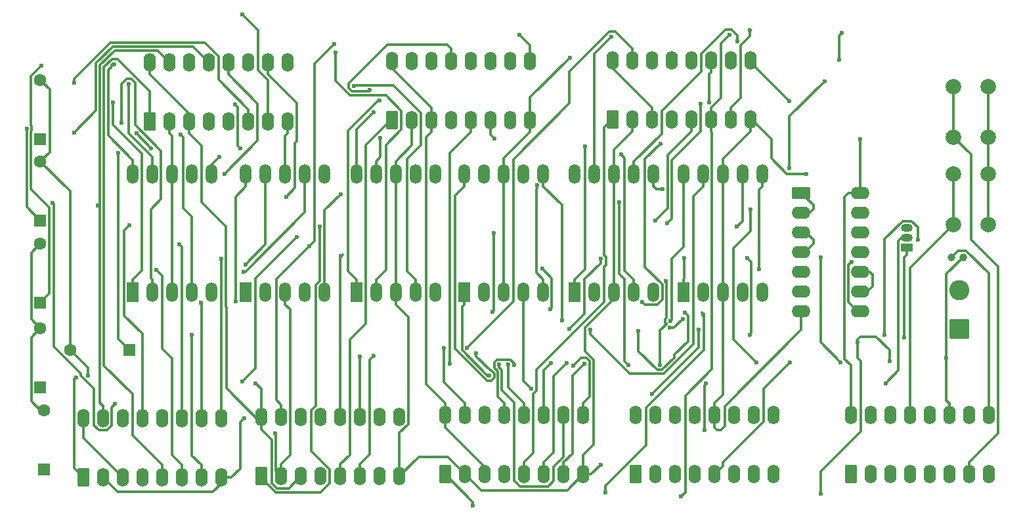
<source format=gbr>
%TF.GenerationSoftware,KiCad,Pcbnew,9.0.2*%
%TF.CreationDate,2025-11-07T18:09:28+05:30*%
%TF.ProjectId,v1,76312e6b-6963-4616-945f-706362585858,rev?*%
%TF.SameCoordinates,Original*%
%TF.FileFunction,Copper,L2,Bot*%
%TF.FilePolarity,Positive*%
%FSLAX46Y46*%
G04 Gerber Fmt 4.6, Leading zero omitted, Abs format (unit mm)*
G04 Created by KiCad (PCBNEW 9.0.2) date 2025-11-07 18:09:28*
%MOMM*%
%LPD*%
G01*
G04 APERTURE LIST*
G04 Aperture macros list*
%AMRoundRect*
0 Rectangle with rounded corners*
0 $1 Rounding radius*
0 $2 $3 $4 $5 $6 $7 $8 $9 X,Y pos of 4 corners*
0 Add a 4 corners polygon primitive as box body*
4,1,4,$2,$3,$4,$5,$6,$7,$8,$9,$2,$3,0*
0 Add four circle primitives for the rounded corners*
1,1,$1+$1,$2,$3*
1,1,$1+$1,$4,$5*
1,1,$1+$1,$6,$7*
1,1,$1+$1,$8,$9*
0 Add four rect primitives between the rounded corners*
20,1,$1+$1,$2,$3,$4,$5,0*
20,1,$1+$1,$4,$5,$6,$7,0*
20,1,$1+$1,$6,$7,$8,$9,0*
20,1,$1+$1,$8,$9,$2,$3,0*%
G04 Aperture macros list end*
%TA.AperFunction,ComponentPad*%
%ADD10RoundRect,0.250000X0.550000X-0.950000X0.550000X0.950000X-0.550000X0.950000X-0.550000X-0.950000X0*%
%TD*%
%TA.AperFunction,ComponentPad*%
%ADD11O,1.600000X2.400000*%
%TD*%
%TA.AperFunction,ComponentPad*%
%ADD12RoundRect,0.250000X0.550000X-0.550000X0.550000X0.550000X-0.550000X0.550000X-0.550000X-0.550000X0*%
%TD*%
%TA.AperFunction,ComponentPad*%
%ADD13C,1.600000*%
%TD*%
%TA.AperFunction,ComponentPad*%
%ADD14R,1.524000X2.524000*%
%TD*%
%TA.AperFunction,ComponentPad*%
%ADD15O,1.524000X2.524000*%
%TD*%
%TA.AperFunction,ComponentPad*%
%ADD16RoundRect,0.250000X0.550000X0.550000X-0.550000X0.550000X-0.550000X-0.550000X0.550000X-0.550000X0*%
%TD*%
%TA.AperFunction,ComponentPad*%
%ADD17RoundRect,0.250000X1.050000X-1.050000X1.050000X1.050000X-1.050000X1.050000X-1.050000X-1.050000X0*%
%TD*%
%TA.AperFunction,ComponentPad*%
%ADD18C,2.600000*%
%TD*%
%TA.AperFunction,ComponentPad*%
%ADD19R,1.500000X1.050000*%
%TD*%
%TA.AperFunction,ComponentPad*%
%ADD20O,1.500000X1.050000*%
%TD*%
%TA.AperFunction,ComponentPad*%
%ADD21RoundRect,0.250000X-0.950000X-0.550000X0.950000X-0.550000X0.950000X0.550000X-0.950000X0.550000X0*%
%TD*%
%TA.AperFunction,ComponentPad*%
%ADD22O,2.400000X1.600000*%
%TD*%
%TA.AperFunction,ComponentPad*%
%ADD23C,2.000000*%
%TD*%
%TA.AperFunction,ComponentPad*%
%ADD24C,1.000000*%
%TD*%
%TA.AperFunction,ViaPad*%
%ADD25C,0.600000*%
%TD*%
%TA.AperFunction,Conductor*%
%ADD26C,0.300000*%
%TD*%
G04 APERTURE END LIST*
D10*
%TO.P,U8,1,CLK*%
%TO.N,Net-(U7-CARRY_OUT)*%
X67380000Y-72250000D03*
D11*
%TO.P,U8,2,CLK_INHIBIT*%
%TO.N,GND*%
X69920000Y-72250000D03*
%TO.P,U8,3,DISPLAY_EN_IN*%
%TO.N,+6V*%
X72460000Y-72250000D03*
%TO.P,U8,4,DISPLAY_EN_OUT*%
%TO.N,unconnected-(U8-DISPLAY_EN_OUT-Pad4)*%
X75000000Y-72250000D03*
%TO.P,U8,5,CARRY_OUT*%
%TO.N,unconnected-(U8-CARRY_OUT-Pad5)*%
X77540000Y-72250000D03*
%TO.P,U8,6,F*%
%TO.N,Net-(U8-F)*%
X80080000Y-72250000D03*
%TO.P,U8,7,G*%
%TO.N,Net-(U8-G)*%
X82620000Y-72250000D03*
%TO.P,U8,8,VSS*%
%TO.N,GND*%
X85160000Y-72250000D03*
%TO.P,U8,9,D*%
%TO.N,Net-(U8-D)*%
X85160000Y-64630000D03*
%TO.P,U8,10,A*%
%TO.N,Net-(U8-A)*%
X82620000Y-64630000D03*
%TO.P,U8,11,E*%
%TO.N,Net-(U8-E)*%
X80080000Y-64630000D03*
%TO.P,U8,12,B*%
%TO.N,Net-(U8-B)*%
X77540000Y-64630000D03*
%TO.P,U8,13,C*%
%TO.N,Net-(U8-C)*%
X75000000Y-64630000D03*
%TO.P,U8,14,UNGATED_C_SEGMENT_OUT*%
%TO.N,unconnected-(U8-UNGATED_C_SEGMENT_OUT-Pad14)*%
X72460000Y-64630000D03*
%TO.P,U8,15,RESET*%
%TO.N,Net-(U7-RESET)*%
X69920000Y-64630000D03*
%TO.P,U8,16,VDD*%
%TO.N,+6V*%
X67380000Y-64630000D03*
%TD*%
D12*
%TO.P,D5,1,K*%
%TO.N,Net-(D5-K)*%
X53250000Y-85000000D03*
D13*
%TO.P,D5,2,A*%
%TO.N,Net-(D5-A)*%
X53250000Y-77380000D03*
%TD*%
D12*
%TO.P,D4,1,K*%
%TO.N,Net-(D4-K)*%
X53250000Y-95620000D03*
D13*
%TO.P,D4,2,A*%
%TO.N,Net-(D2-A)*%
X53250000Y-88000000D03*
%TD*%
D14*
%TO.P,AFF3,1,e*%
%TO.N,Net-(AFF3-e)*%
X94000000Y-94240000D03*
D15*
%TO.P,AFF3,2,d*%
%TO.N,Net-(AFF3-d)*%
X96540000Y-94240000D03*
%TO.P,AFF3,3,C.K.*%
%TO.N,GND*%
X99080000Y-94240000D03*
%TO.P,AFF3,4,c*%
%TO.N,Net-(AFF3-c)*%
X101620000Y-94240000D03*
%TO.P,AFF3,5,DP*%
%TO.N,unconnected-(AFF3-DP-Pad5)*%
X104160000Y-94240000D03*
%TO.P,AFF3,6,b*%
%TO.N,Net-(AFF3-b)*%
X104160000Y-79000000D03*
%TO.P,AFF3,7,a*%
%TO.N,Net-(AFF3-a)*%
X101620000Y-79000000D03*
%TO.P,AFF3,8,C.K.*%
%TO.N,GND*%
X99080000Y-79000000D03*
%TO.P,AFF3,9,f*%
%TO.N,Net-(AFF3-f)*%
X96540000Y-79000000D03*
%TO.P,AFF3,10,g*%
%TO.N,Net-(AFF3-g)*%
X94000000Y-79000000D03*
%TD*%
D16*
%TO.P,D6,1,K*%
%TO.N,Net-(D6-K)*%
X64750000Y-101750000D03*
D13*
%TO.P,D6,2,A*%
%TO.N,Net-(D5-A)*%
X57130000Y-101750000D03*
%TD*%
D10*
%TO.P,U6,1,CLK*%
%TO.N,/CLK - Mod-60 (2)*%
X81760000Y-118000000D03*
D11*
%TO.P,U6,2,CLK_INHIBIT*%
%TO.N,GND*%
X84300000Y-118000000D03*
%TO.P,U6,3,DISPLAY_EN_IN*%
%TO.N,+6V*%
X86840000Y-118000000D03*
%TO.P,U6,4,DISPLAY_EN_OUT*%
%TO.N,unconnected-(U6-DISPLAY_EN_OUT-Pad4)*%
X89380000Y-118000000D03*
%TO.P,U6,5,CARRY_OUT*%
%TO.N,Net-(U5-CLK)*%
X91920000Y-118000000D03*
%TO.P,U6,6,F*%
%TO.N,Net-(U6-F)*%
X94460000Y-118000000D03*
%TO.P,U6,7,G*%
%TO.N,Net-(U6-G)*%
X97000000Y-118000000D03*
%TO.P,U6,8,VSS*%
%TO.N,GND*%
X99540000Y-118000000D03*
%TO.P,U6,9,D*%
%TO.N,Net-(U6-D)*%
X99540000Y-110380000D03*
%TO.P,U6,10,A*%
%TO.N,Net-(U6-A)*%
X97000000Y-110380000D03*
%TO.P,U6,11,E*%
%TO.N,Net-(U6-E)*%
X94460000Y-110380000D03*
%TO.P,U6,12,B*%
%TO.N,Net-(U6-B)*%
X91920000Y-110380000D03*
%TO.P,U6,13,C*%
%TO.N,Net-(U6-C)*%
X89380000Y-110380000D03*
%TO.P,U6,14,UNGATED_C_SEGMENT_OUT*%
%TO.N,unconnected-(U6-UNGATED_C_SEGMENT_OUT-Pad14)*%
X86840000Y-110380000D03*
%TO.P,U6,15,RESET*%
%TO.N,Net-(D5-A)*%
X84300000Y-110380000D03*
%TO.P,U6,16,VDD*%
%TO.N,+6V*%
X81760000Y-110380000D03*
%TD*%
D14*
%TO.P,AFF2,1,e*%
%TO.N,Net-(AFF2-e)*%
X136170000Y-94240000D03*
D15*
%TO.P,AFF2,2,d*%
%TO.N,Net-(AFF2-d)*%
X138710000Y-94240000D03*
%TO.P,AFF2,3,C.K.*%
%TO.N,GND*%
X141250000Y-94240000D03*
%TO.P,AFF2,4,c*%
%TO.N,Net-(AFF2-c)*%
X143790000Y-94240000D03*
%TO.P,AFF2,5,DP*%
%TO.N,unconnected-(AFF2-DP-Pad5)*%
X146330000Y-94240000D03*
%TO.P,AFF2,6,b*%
%TO.N,Net-(AFF2-b)*%
X146330000Y-79000000D03*
%TO.P,AFF2,7,a*%
%TO.N,Net-(AFF2-a)*%
X143790000Y-79000000D03*
%TO.P,AFF2,8,C.K.*%
%TO.N,GND*%
X141250000Y-79000000D03*
%TO.P,AFF2,9,f*%
%TO.N,Net-(AFF2-f)*%
X138710000Y-79000000D03*
%TO.P,AFF2,10,g*%
%TO.N,Net-(AFF2-g)*%
X136170000Y-79000000D03*
%TD*%
D17*
%TO.P,J1,1,Pin_1*%
%TO.N,+6V*%
X171750000Y-99000000D03*
D18*
%TO.P,J1,2,Pin_2*%
%TO.N,GND*%
X171750000Y-94000000D03*
%TD*%
D14*
%TO.P,AFF6,1,e*%
%TO.N,Net-(AFF6-e)*%
X65170000Y-94240000D03*
D15*
%TO.P,AFF6,2,d*%
%TO.N,Net-(AFF6-d)*%
X67710000Y-94240000D03*
%TO.P,AFF6,3,C.K.*%
%TO.N,GND*%
X70250000Y-94240000D03*
%TO.P,AFF6,4,c*%
%TO.N,Net-(AFF6-c)*%
X72790000Y-94240000D03*
%TO.P,AFF6,5,DP*%
%TO.N,unconnected-(AFF6-DP-Pad5)*%
X75330000Y-94240000D03*
%TO.P,AFF6,6,b*%
%TO.N,Net-(AFF6-b)*%
X75330000Y-79000000D03*
%TO.P,AFF6,7,a*%
%TO.N,Net-(AFF6-a)*%
X72790000Y-79000000D03*
%TO.P,AFF6,8,C.K.*%
%TO.N,GND*%
X70250000Y-79000000D03*
%TO.P,AFF6,9,f*%
%TO.N,Net-(AFF6-f)*%
X67710000Y-79000000D03*
%TO.P,AFF6,10,g*%
%TO.N,Net-(AFF6-g)*%
X65170000Y-79000000D03*
%TD*%
D12*
%TO.P,D7,1,K*%
%TO.N,Net-(D7-K)*%
X53250000Y-74500000D03*
D13*
%TO.P,D7,2,A*%
%TO.N,Net-(D5-A)*%
X53250000Y-66880000D03*
%TD*%
D10*
%TO.P,U3,1,CLK*%
%TO.N,/CLK - Mod-60 (1)*%
X105470000Y-117750000D03*
D11*
%TO.P,U3,2,CLK_INHIBIT*%
%TO.N,GND*%
X108010000Y-117750000D03*
%TO.P,U3,3,DISPLAY_EN_IN*%
%TO.N,+6V*%
X110550000Y-117750000D03*
%TO.P,U3,4,DISPLAY_EN_OUT*%
%TO.N,unconnected-(U3-DISPLAY_EN_OUT-Pad4)*%
X113090000Y-117750000D03*
%TO.P,U3,5,CARRY_OUT*%
%TO.N,Net-(U3-CARRY_OUT)*%
X115630000Y-117750000D03*
%TO.P,U3,6,F*%
%TO.N,Net-(U3-F)*%
X118170000Y-117750000D03*
%TO.P,U3,7,G*%
%TO.N,Net-(U3-G)*%
X120710000Y-117750000D03*
%TO.P,U3,8,VSS*%
%TO.N,GND*%
X123250000Y-117750000D03*
%TO.P,U3,9,D*%
%TO.N,Net-(U3-D)*%
X123250000Y-110130000D03*
%TO.P,U3,10,A*%
%TO.N,Net-(U3-A)*%
X120710000Y-110130000D03*
%TO.P,U3,11,E*%
%TO.N,Net-(U3-E)*%
X118170000Y-110130000D03*
%TO.P,U3,12,B*%
%TO.N,Net-(U3-B)*%
X115630000Y-110130000D03*
%TO.P,U3,13,C*%
%TO.N,Net-(U3-C)*%
X113090000Y-110130000D03*
%TO.P,U3,14,UNGATED_C_SEGMENT_OUT*%
%TO.N,unconnected-(U3-UNGATED_C_SEGMENT_OUT-Pad14)*%
X110550000Y-110130000D03*
%TO.P,U3,15,RESET*%
%TO.N,Net-(D2-A)*%
X108010000Y-110130000D03*
%TO.P,U3,16,VDD*%
%TO.N,+6V*%
X105470000Y-110130000D03*
%TD*%
D12*
%TO.P,D3,1,K*%
%TO.N,Net-(D3-K)*%
X53750000Y-117120000D03*
D13*
%TO.P,D3,2,A*%
%TO.N,Net-(D2-A)*%
X53750000Y-109500000D03*
%TD*%
D19*
%TO.P,Q2,1,C*%
%TO.N,Net-(D1-K)*%
X165000000Y-88540000D03*
D20*
%TO.P,Q2,2,B*%
%TO.N,Net-(Q2-B)*%
X165000000Y-87270000D03*
%TO.P,Q2,3,E*%
%TO.N,GND*%
X165000000Y-86000000D03*
%TD*%
D21*
%TO.P,U10,1*%
%TO.N,Net-(U8-A)*%
X151380000Y-81460000D03*
D22*
%TO.P,U10,2*%
X151380000Y-84000000D03*
%TO.P,U10,3*%
%TO.N,Net-(U10-Pad3)*%
X151380000Y-86540000D03*
%TO.P,U10,4*%
X151380000Y-89080000D03*
%TO.P,U10,5*%
%TO.N,Net-(U7-G)*%
X151380000Y-91620000D03*
%TO.P,U10,6*%
%TO.N,Net-(U10-Pad10)*%
X151380000Y-94160000D03*
%TO.P,U10,7,GND*%
%TO.N,GND*%
X151380000Y-96700000D03*
%TO.P,U10,8*%
%TO.N,Net-(U7-RESET)*%
X159000000Y-96700000D03*
%TO.P,U10,9*%
%TO.N,Net-(U10-Pad10)*%
X159000000Y-94160000D03*
%TO.P,U10,10*%
X159000000Y-91620000D03*
%TO.P,U10,11*%
%TO.N,N/C*%
X159000000Y-89080000D03*
%TO.P,U10,12*%
X159000000Y-86540000D03*
%TO.P,U10,13*%
X159000000Y-84000000D03*
%TO.P,U10,14,VCC*%
%TO.N,+6V*%
X159000000Y-81460000D03*
%TD*%
D10*
%TO.P,U5,1,CLK*%
%TO.N,Net-(U5-CLK)*%
X98610000Y-72060000D03*
D11*
%TO.P,U5,2,CLK_INHIBIT*%
%TO.N,GND*%
X101150000Y-72060000D03*
%TO.P,U5,3,DISPLAY_EN_IN*%
%TO.N,+6V*%
X103690000Y-72060000D03*
%TO.P,U5,4,DISPLAY_EN_OUT*%
%TO.N,unconnected-(U5-DISPLAY_EN_OUT-Pad4)*%
X106230000Y-72060000D03*
%TO.P,U5,5,CARRY_OUT*%
%TO.N,/CLK - Mod-12*%
X108770000Y-72060000D03*
%TO.P,U5,6,F*%
%TO.N,Net-(D6-K)*%
X111310000Y-72060000D03*
%TO.P,U5,7,G*%
%TO.N,Net-(D7-K)*%
X113850000Y-72060000D03*
%TO.P,U5,8,VSS*%
%TO.N,GND*%
X116390000Y-72060000D03*
%TO.P,U5,9,D*%
%TO.N,Net-(U5-D)*%
X116390000Y-64440000D03*
%TO.P,U5,10,A*%
%TO.N,Net-(U5-A)*%
X113850000Y-64440000D03*
%TO.P,U5,11,E*%
%TO.N,Net-(D5-K)*%
X111310000Y-64440000D03*
%TO.P,U5,12,B*%
%TO.N,Net-(U5-B)*%
X108770000Y-64440000D03*
%TO.P,U5,13,C*%
%TO.N,Net-(U5-C)*%
X106230000Y-64440000D03*
%TO.P,U5,14,UNGATED_C_SEGMENT_OUT*%
%TO.N,unconnected-(U5-UNGATED_C_SEGMENT_OUT-Pad14)*%
X103690000Y-64440000D03*
%TO.P,U5,15,RESET*%
%TO.N,Net-(D5-A)*%
X101150000Y-64440000D03*
%TO.P,U5,16,VDD*%
%TO.N,+6V*%
X98610000Y-64440000D03*
%TD*%
D23*
%TO.P,SW1,1,1*%
%TO.N,Net-(U1-Q4)*%
X171000000Y-74250000D03*
X171000000Y-67750000D03*
%TO.P,SW1,2,2*%
%TO.N,Net-(R2-Pad1)*%
X175500000Y-74250000D03*
X175500000Y-67750000D03*
%TD*%
D12*
%TO.P,D2,1,K*%
%TO.N,Net-(D2-K)*%
X53250000Y-106500000D03*
D13*
%TO.P,D2,2,A*%
%TO.N,Net-(D2-A)*%
X53250000Y-98880000D03*
%TD*%
D10*
%TO.P,U1,1,Q12*%
%TO.N,unconnected-(U1-Q12-Pad1)*%
X157760000Y-117750000D03*
D11*
%TO.P,U1,2,Q13*%
%TO.N,unconnected-(U1-Q13-Pad2)*%
X160300000Y-117750000D03*
%TO.P,U1,3,Q14*%
%TO.N,unconnected-(U1-Q14-Pad3)*%
X162840000Y-117750000D03*
%TO.P,U1,4,Q6*%
%TO.N,unconnected-(U1-Q6-Pad4)*%
X165380000Y-117750000D03*
%TO.P,U1,5,Q5*%
%TO.N,unconnected-(U1-Q5-Pad5)*%
X167920000Y-117750000D03*
%TO.P,U1,6,Q7*%
%TO.N,unconnected-(U1-Q7-Pad6)*%
X170460000Y-117750000D03*
%TO.P,U1,7,Q4*%
%TO.N,Net-(U1-Q4)*%
X173000000Y-117750000D03*
%TO.P,U1,8,VSS*%
%TO.N,GND*%
X175540000Y-117750000D03*
%TO.P,U1,9,~{\u03A60}*%
%TO.N,Net-(U1-~{\u03A60})*%
X175540000Y-110130000D03*
%TO.P,U1,10,\u03A60*%
%TO.N,Net-(U1-\u03A60)*%
X173000000Y-110130000D03*
%TO.P,U1,11,~{\u03A61}*%
%TO.N,Net-(U1-~{\u03A61})*%
X170460000Y-110130000D03*
%TO.P,U1,12,CLR*%
%TO.N,GND*%
X167920000Y-110130000D03*
%TO.P,U1,13,Q9*%
%TO.N,Net-(U1-Q9)*%
X165380000Y-110130000D03*
%TO.P,U1,14,Q8*%
%TO.N,unconnected-(U1-Q8-Pad14)*%
X162840000Y-110130000D03*
%TO.P,U1,15,Q10*%
%TO.N,Net-(U1-Q10)*%
X160300000Y-110130000D03*
%TO.P,U1,16,VDD*%
%TO.N,+6V*%
X157760000Y-110130000D03*
%TD*%
D14*
%TO.P,AFF4,1,e*%
%TO.N,Net-(AFF4-e)*%
X107920000Y-94240000D03*
D15*
%TO.P,AFF4,2,d*%
%TO.N,Net-(AFF4-d)*%
X110460000Y-94240000D03*
%TO.P,AFF4,3,C.K.*%
%TO.N,GND*%
X113000000Y-94240000D03*
%TO.P,AFF4,4,c*%
%TO.N,Net-(AFF4-c)*%
X115540000Y-94240000D03*
%TO.P,AFF4,5,DP*%
%TO.N,Net-(AFF4-DP)*%
X118080000Y-94240000D03*
%TO.P,AFF4,6,b*%
%TO.N,Net-(AFF4-b)*%
X118080000Y-79000000D03*
%TO.P,AFF4,7,a*%
%TO.N,Net-(AFF4-a)*%
X115540000Y-79000000D03*
%TO.P,AFF4,8,C.K.*%
%TO.N,GND*%
X113000000Y-79000000D03*
%TO.P,AFF4,9,f*%
%TO.N,Net-(AFF4-f)*%
X110460000Y-79000000D03*
%TO.P,AFF4,10,g*%
%TO.N,Net-(AFF4-g)*%
X107920000Y-79000000D03*
%TD*%
D10*
%TO.P,U2,1,Q12*%
%TO.N,unconnected-(U2-Q12-Pad1)*%
X130010000Y-117750000D03*
D11*
%TO.P,U2,2,Q13*%
%TO.N,unconnected-(U2-Q13-Pad2)*%
X132550000Y-117750000D03*
%TO.P,U2,3,Q14*%
%TO.N,unconnected-(U2-Q14-Pad3)*%
X135090000Y-117750000D03*
%TO.P,U2,4,Q6*%
%TO.N,unconnected-(U2-Q6-Pad4)*%
X137630000Y-117750000D03*
%TO.P,U2,5,Q5*%
%TO.N,Net-(U2-Q5)*%
X140170000Y-117750000D03*
%TO.P,U2,6,Q7*%
%TO.N,unconnected-(U2-Q7-Pad6)*%
X142710000Y-117750000D03*
%TO.P,U2,7,Q4*%
%TO.N,unconnected-(U2-Q4-Pad7)*%
X145250000Y-117750000D03*
%TO.P,U2,8,VSS*%
%TO.N,GND*%
X147790000Y-117750000D03*
%TO.P,U2,9,~{\u03A60}*%
%TO.N,unconnected-(U2-~{\u03A60}-Pad9)*%
X147790000Y-110130000D03*
%TO.P,U2,10,\u03A60*%
%TO.N,unconnected-(U2-\u03A60-Pad10)*%
X145250000Y-110130000D03*
%TO.P,U2,11,~{\u03A61}*%
%TO.N,Net-(U1-Q10)*%
X142710000Y-110130000D03*
%TO.P,U2,12,CLR*%
%TO.N,GND*%
X140170000Y-110130000D03*
%TO.P,U2,13,Q9*%
%TO.N,unconnected-(U2-Q9-Pad13)*%
X137630000Y-110130000D03*
%TO.P,U2,14,Q8*%
%TO.N,unconnected-(U2-Q8-Pad14)*%
X135090000Y-110130000D03*
%TO.P,U2,15,Q10*%
%TO.N,unconnected-(U2-Q10-Pad15)*%
X132550000Y-110130000D03*
%TO.P,U2,16,VDD*%
%TO.N,+6V*%
X130010000Y-110130000D03*
%TD*%
D23*
%TO.P,SW2,1,1*%
%TO.N,Net-(U1-Q9)*%
X171000000Y-85500000D03*
X171000000Y-79000000D03*
%TO.P,SW2,2,2*%
%TO.N,Net-(R2-Pad1)*%
X175500000Y-85500000D03*
X175500000Y-79000000D03*
%TD*%
D24*
%TO.P,Y1,1,1*%
%TO.N,Net-(U1-~{\u03A60})*%
X170750000Y-89750000D03*
%TO.P,Y1,2,2*%
%TO.N,Net-(U1-~{\u03A61})*%
X172250000Y-89750000D03*
%TD*%
D14*
%TO.P,AFF1,1,e*%
%TO.N,Net-(AFF1-e)*%
X122170000Y-94240000D03*
D15*
%TO.P,AFF1,2,d*%
%TO.N,Net-(AFF1-d)*%
X124710000Y-94240000D03*
%TO.P,AFF1,3,C.K.*%
%TO.N,GND*%
X127250000Y-94240000D03*
%TO.P,AFF1,4,c*%
%TO.N,Net-(AFF1-c)*%
X129790000Y-94240000D03*
%TO.P,AFF1,5,DP*%
%TO.N,unconnected-(AFF1-DP-Pad5)*%
X132330000Y-94240000D03*
%TO.P,AFF1,6,b*%
%TO.N,Net-(AFF1-b)*%
X132330000Y-79000000D03*
%TO.P,AFF1,7,a*%
%TO.N,Net-(AFF1-a)*%
X129790000Y-79000000D03*
%TO.P,AFF1,8,C.K.*%
%TO.N,GND*%
X127250000Y-79000000D03*
%TO.P,AFF1,9,f*%
%TO.N,Net-(AFF1-f)*%
X124710000Y-79000000D03*
%TO.P,AFF1,10,g*%
%TO.N,Net-(AFF1-g)*%
X122170000Y-79000000D03*
%TD*%
D10*
%TO.P,U7,1,CLK*%
%TO.N,/CLK - Mod-12*%
X58760000Y-118120000D03*
D11*
%TO.P,U7,2,CLK_INHIBIT*%
%TO.N,GND*%
X61300000Y-118120000D03*
%TO.P,U7,3,DISPLAY_EN_IN*%
%TO.N,+6V*%
X63840000Y-118120000D03*
%TO.P,U7,4,DISPLAY_EN_OUT*%
%TO.N,unconnected-(U7-DISPLAY_EN_OUT-Pad4)*%
X66380000Y-118120000D03*
%TO.P,U7,5,CARRY_OUT*%
%TO.N,Net-(U7-CARRY_OUT)*%
X68920000Y-118120000D03*
%TO.P,U7,6,F*%
%TO.N,Net-(U7-F)*%
X71460000Y-118120000D03*
%TO.P,U7,7,G*%
%TO.N,Net-(U7-G)*%
X74000000Y-118120000D03*
%TO.P,U7,8,VSS*%
%TO.N,GND*%
X76540000Y-118120000D03*
%TO.P,U7,9,D*%
%TO.N,Net-(U7-D)*%
X76540000Y-110500000D03*
%TO.P,U7,10,A*%
%TO.N,Net-(U7-A)*%
X74000000Y-110500000D03*
%TO.P,U7,11,E*%
%TO.N,Net-(U7-E)*%
X71460000Y-110500000D03*
%TO.P,U7,12,B*%
%TO.N,Net-(U7-B)*%
X68920000Y-110500000D03*
%TO.P,U7,13,C*%
%TO.N,Net-(U7-C)*%
X66380000Y-110500000D03*
%TO.P,U7,14,UNGATED_C_SEGMENT_OUT*%
%TO.N,unconnected-(U7-UNGATED_C_SEGMENT_OUT-Pad14)*%
X63840000Y-110500000D03*
%TO.P,U7,15,RESET*%
%TO.N,Net-(U7-RESET)*%
X61300000Y-110500000D03*
%TO.P,U7,16,VDD*%
%TO.N,+6V*%
X58760000Y-110500000D03*
%TD*%
D10*
%TO.P,U4,1,CLK*%
%TO.N,Net-(U3-CARRY_OUT)*%
X127010000Y-72000000D03*
D11*
%TO.P,U4,2,CLK_INHIBIT*%
%TO.N,GND*%
X129550000Y-72000000D03*
%TO.P,U4,3,DISPLAY_EN_IN*%
%TO.N,+6V*%
X132090000Y-72000000D03*
%TO.P,U4,4,DISPLAY_EN_OUT*%
%TO.N,unconnected-(U4-DISPLAY_EN_OUT-Pad4)*%
X134630000Y-72000000D03*
%TO.P,U4,5,CARRY_OUT*%
%TO.N,/CLK - Mod-60 (2)*%
X137170000Y-72000000D03*
%TO.P,U4,6,F*%
%TO.N,Net-(D3-K)*%
X139710000Y-72000000D03*
%TO.P,U4,7,G*%
%TO.N,Net-(D4-K)*%
X142250000Y-72000000D03*
%TO.P,U4,8,VSS*%
%TO.N,GND*%
X144790000Y-72000000D03*
%TO.P,U4,9,D*%
%TO.N,Net-(U4-D)*%
X144790000Y-64380000D03*
%TO.P,U4,10,A*%
%TO.N,Net-(U4-A)*%
X142250000Y-64380000D03*
%TO.P,U4,11,E*%
%TO.N,Net-(D2-K)*%
X139710000Y-64380000D03*
%TO.P,U4,12,B*%
%TO.N,Net-(U4-B)*%
X137170000Y-64380000D03*
%TO.P,U4,13,C*%
%TO.N,Net-(U4-C)*%
X134630000Y-64380000D03*
%TO.P,U4,14,UNGATED_C_SEGMENT_OUT*%
%TO.N,unconnected-(U4-UNGATED_C_SEGMENT_OUT-Pad14)*%
X132090000Y-64380000D03*
%TO.P,U4,15,RESET*%
%TO.N,Net-(D2-A)*%
X129550000Y-64380000D03*
%TO.P,U4,16,VDD*%
%TO.N,+6V*%
X127010000Y-64380000D03*
%TD*%
D14*
%TO.P,AFF5,1,e*%
%TO.N,Net-(AFF5-e)*%
X79750000Y-94240000D03*
D15*
%TO.P,AFF5,2,d*%
%TO.N,Net-(AFF5-d)*%
X82290000Y-94240000D03*
%TO.P,AFF5,3,C.K.*%
%TO.N,GND*%
X84830000Y-94240000D03*
%TO.P,AFF5,4,c*%
%TO.N,Net-(AFF5-c)*%
X87370000Y-94240000D03*
%TO.P,AFF5,5,DP*%
%TO.N,Net-(AFF5-DP)*%
X89910000Y-94240000D03*
%TO.P,AFF5,6,b*%
%TO.N,Net-(AFF5-b)*%
X89910000Y-79000000D03*
%TO.P,AFF5,7,a*%
%TO.N,Net-(AFF5-a)*%
X87370000Y-79000000D03*
%TO.P,AFF5,8,C.K.*%
%TO.N,GND*%
X84830000Y-79000000D03*
%TO.P,AFF5,9,f*%
%TO.N,Net-(AFF5-f)*%
X82290000Y-79000000D03*
%TO.P,AFF5,10,g*%
%TO.N,Net-(AFF5-g)*%
X79750000Y-79000000D03*
%TD*%
D25*
%TO.N,Net-(AFF1-c)*%
X128114200Y-76476400D03*
%TO.N,Net-(AFF1-f)*%
X156209100Y-64284800D03*
X156565500Y-60856800D03*
X126874500Y-61330400D03*
%TO.N,Net-(AFF1-d)*%
X133188300Y-75102700D03*
X130816900Y-95505600D03*
%TO.N,GND*%
X79500000Y-110500000D03*
X125500000Y-116500000D03*
X121500000Y-64000000D03*
X152000000Y-79000000D03*
X83500000Y-112500000D03*
%TO.N,Net-(AFF1-a)*%
X143140000Y-61904600D03*
%TO.N,Net-(AFF1-e)*%
X123488400Y-75500600D03*
%TO.N,Net-(AFF1-b)*%
X154353800Y-67056000D03*
X133507200Y-80982800D03*
X149823700Y-78240300D03*
%TO.N,Net-(AFF2-g)*%
X134471100Y-97967300D03*
%TO.N,Net-(AFF2-a)*%
X143080900Y-85786100D03*
X111689800Y-86633700D03*
X111552000Y-96786000D03*
%TO.N,Net-(AFF2-e)*%
X136300500Y-89848700D03*
X125507700Y-89967700D03*
X121488200Y-99035500D03*
%TO.N,Net-(AFF2-f)*%
X124167600Y-99077500D03*
%TO.N,Net-(AFF2-b)*%
X145894200Y-91278400D03*
X119026200Y-96424600D03*
X117959100Y-91220500D03*
%TO.N,Net-(AFF3-d)*%
X91333900Y-63360100D03*
%TO.N,Net-(AFF3-f)*%
X97095300Y-74343000D03*
%TO.N,Net-(AFF3-c)*%
X93697400Y-67678600D03*
%TO.N,Net-(AFF3-g)*%
X96216800Y-71061000D03*
%TO.N,Net-(AFF3-e)*%
X96996600Y-69551300D03*
%TO.N,Net-(AFF4-g)*%
X109465200Y-102109900D03*
%TO.N,Net-(AFF4-e)*%
X111105600Y-104991900D03*
%TO.N,Net-(AFF4-f)*%
X127880200Y-82637200D03*
X129075400Y-103635100D03*
%TO.N,Net-(AFF4-a)*%
X145623000Y-103284600D03*
X144842100Y-83608100D03*
%TO.N,Net-(AFF4-b)*%
X120486500Y-97890200D03*
%TO.N,Net-(AFF4-DP)*%
X117269400Y-80482600D03*
%TO.N,Net-(AFF4-d)*%
X133902800Y-92816000D03*
X133136000Y-103635100D03*
%TO.N,Net-(AFF4-c)*%
X116579500Y-106726900D03*
%TO.N,Net-(AFF5-g)*%
X78413900Y-95404000D03*
%TO.N,Net-(AFF5-f)*%
X79687800Y-90692500D03*
%TO.N,Net-(AFF5-DP)*%
X92006100Y-81615600D03*
%TO.N,Net-(AFF5-a)*%
X79469900Y-91615800D03*
%TO.N,Net-(AFF6-b)*%
X76353900Y-76832900D03*
%TO.N,Net-(AFF6-c)*%
X71308800Y-73980200D03*
%TO.N,Net-(AFF6-g)*%
X62738400Y-64880100D03*
%TO.N,Net-(AFF6-f)*%
X64645100Y-67417500D03*
%TO.N,Net-(AFF6-e)*%
X62634900Y-69753000D03*
%TO.N,Net-(AFF6-d)*%
X63700300Y-72392900D03*
%TO.N,Net-(U1-~{\u03A61})*%
X170080000Y-102750500D03*
%TO.N,Net-(D1-K)*%
X164639200Y-100099100D03*
%TO.N,Net-(D2-A)*%
X108275400Y-101432400D03*
X105250700Y-101432400D03*
X139092600Y-106056500D03*
X138900000Y-112064000D03*
%TO.N,Net-(D5-A)*%
X153843300Y-89798600D03*
X91117400Y-62282400D03*
X156443600Y-103305200D03*
X59385500Y-105013600D03*
X87931900Y-88327100D03*
%TO.N,Net-(Q2-B)*%
X162248200Y-105987300D03*
%TO.N,Net-(U2-Q5)*%
X149930200Y-103305200D03*
%TO.N,Net-(R2-Pad1)*%
X166371900Y-87457500D03*
X162087700Y-99787700D03*
%TO.N,/CLK - Mod-60 (1)*%
X153876500Y-120249700D03*
X158603400Y-100670500D03*
X109043700Y-121741000D03*
X162760800Y-103135700D03*
%TO.N,+6V*%
X159000000Y-74500000D03*
X81000000Y-106000000D03*
%TO.N,Net-(D2-K)*%
X86352100Y-87108600D03*
X79325700Y-105814100D03*
X138389400Y-69925000D03*
X139469300Y-69758200D03*
X134030000Y-85397800D03*
%TO.N,Net-(U7-RESET)*%
X157838400Y-90350000D03*
X60656600Y-83043500D03*
%TO.N,Net-(D3-K)*%
X135883300Y-120587500D03*
X142078700Y-61086100D03*
%TO.N,Net-(D4-K)*%
X144705300Y-60516800D03*
X53372900Y-65069400D03*
%TO.N,Net-(D5-K)*%
X67559300Y-75749000D03*
X78385700Y-70057400D03*
X51487900Y-73148000D03*
X79015700Y-75679400D03*
X65640800Y-73803400D03*
%TO.N,Net-(D6-K)*%
X111835500Y-74472800D03*
X63296600Y-76272800D03*
%TO.N,Net-(U7-B)*%
X54790300Y-82713000D03*
X62878700Y-108693100D03*
%TO.N,Net-(U7-C)*%
X64699600Y-85664700D03*
%TO.N,Net-(U7-D)*%
X76540000Y-89969800D03*
%TO.N,Net-(U7-E)*%
X71148100Y-88108300D03*
%TO.N,Net-(U7-F)*%
X68224300Y-91412700D03*
%TO.N,Net-(U7-A)*%
X73935200Y-95629600D03*
%TO.N,Net-(U7-G)*%
X72773300Y-99737600D03*
%TO.N,Net-(U8-A)*%
X84960300Y-81941800D03*
%TO.N,Net-(U8-B)*%
X76965900Y-79047400D03*
%TO.N,Net-(U8-C)*%
X57593100Y-73663100D03*
%TO.N,Net-(U8-F)*%
X57593100Y-67275500D03*
%TO.N,Net-(U8-G)*%
X79325700Y-58431600D03*
%TO.N,Net-(U4-D)*%
X149781000Y-69583600D03*
%TO.N,Net-(U3-A)*%
X112429700Y-103605900D03*
%TO.N,Net-(U3-B)*%
X113549700Y-103610700D03*
%TO.N,Net-(U3-C)*%
X114351500Y-103633500D03*
%TO.N,Net-(U3-D)*%
X121980000Y-103763000D03*
%TO.N,Net-(U3-E)*%
X119056400Y-103437100D03*
%TO.N,Net-(U3-F)*%
X121141200Y-103387900D03*
%TO.N,Net-(U3-G)*%
X123399500Y-103458400D03*
%TO.N,Net-(U5-C)*%
X95704200Y-68215100D03*
%TO.N,Net-(U5-D)*%
X114987300Y-61044900D03*
%TO.N,Net-(U6-B)*%
X144705300Y-99737600D03*
X144431900Y-89895700D03*
X91974700Y-89629100D03*
%TO.N,Net-(U6-D)*%
X138162400Y-99079700D03*
X136072500Y-97700400D03*
X134379500Y-98858600D03*
X132137900Y-107424700D03*
%TO.N,Net-(U6-E)*%
X94482900Y-102560400D03*
%TO.N,Net-(U6-F)*%
X96221600Y-102492500D03*
%TO.N,Net-(U6-G)*%
X136351300Y-96898600D03*
X126096400Y-120087300D03*
X130370900Y-99228800D03*
X138728500Y-97132000D03*
%TO.N,/CLK - Mod-60 (2)*%
X89258500Y-85808000D03*
X132544000Y-85069900D03*
%TO.N,/CLK - Mod-12*%
X106048200Y-103469400D03*
X57827000Y-105235700D03*
%TD*%
D26*
%TO.N,Net-(AFF1-c)*%
X129790000Y-92626300D02*
X128593300Y-91429600D01*
X128593300Y-91429600D02*
X128593300Y-76955500D01*
X128593300Y-76955500D02*
X128114200Y-76476400D01*
X129790000Y-94240000D02*
X129790000Y-92626300D01*
%TO.N,Net-(AFF1-f)*%
X124710000Y-77386300D02*
X124710000Y-63494900D01*
X156209100Y-61213200D02*
X156565500Y-60856800D01*
X124710000Y-63494900D02*
X126874500Y-61330400D01*
X156209100Y-64284800D02*
X156209100Y-61213200D01*
X124710000Y-79000000D02*
X124710000Y-77386300D01*
%TO.N,Net-(AFF1-d)*%
X131165000Y-95853700D02*
X132791300Y-95853700D01*
X132791300Y-95853700D02*
X133443700Y-95201300D01*
X131202600Y-77088400D02*
X133188300Y-75102700D01*
X133443700Y-95201300D02*
X133443700Y-93278700D01*
X131202600Y-91037600D02*
X131202600Y-77088400D01*
X133443700Y-93278700D02*
X131202600Y-91037600D01*
X130816900Y-95505600D02*
X131165000Y-95853700D01*
%TO.N,GND*%
X129550000Y-72000000D02*
X129550000Y-73551700D01*
X123250000Y-117750000D02*
X123250000Y-115250000D01*
X141250000Y-80613700D02*
X141250000Y-92626300D01*
X61300000Y-118120000D02*
X63180000Y-120000000D01*
X113000000Y-79000000D02*
X113000000Y-77001700D01*
X79000000Y-111000000D02*
X79500000Y-110500000D01*
X113000000Y-92626300D02*
X113000000Y-80613700D01*
X69920000Y-73801700D02*
X70250000Y-74131700D01*
X113000000Y-77001700D02*
X116390000Y-73611700D01*
X147500000Y-77000000D02*
X147500000Y-74500000D01*
X141250000Y-77091700D02*
X141250000Y-79000000D01*
X123250000Y-117750000D02*
X124250000Y-117750000D01*
X84830000Y-74131700D02*
X84830000Y-79000000D01*
X63180000Y-120000000D02*
X75500000Y-120000000D01*
X127250000Y-79806800D02*
X127250000Y-79000000D01*
X85477500Y-115270800D02*
X85477500Y-96501200D01*
X113000000Y-79000000D02*
X113000000Y-80613700D01*
X141500000Y-111500000D02*
X141500000Y-109000000D01*
X101150000Y-75316300D02*
X99080000Y-77386300D01*
X70250000Y-80613700D02*
X70250000Y-92626300D01*
X99080000Y-79000000D02*
X99080000Y-77386300D01*
X83630400Y-112630400D02*
X83500000Y-112500000D01*
X141250000Y-79000000D02*
X141250000Y-80613700D01*
X123516600Y-98807846D02*
X127250000Y-95074446D01*
X99080000Y-94240000D02*
X99080000Y-95853700D01*
X99080000Y-94240000D02*
X99080000Y-79000000D01*
X101150000Y-72060000D02*
X101150000Y-75316300D01*
X79000000Y-117000000D02*
X79000000Y-111000000D01*
X144790000Y-72000000D02*
X144790000Y-73551700D01*
X76540000Y-118120000D02*
X76540000Y-118960000D01*
X83630400Y-117000000D02*
X83630400Y-113000000D01*
X85160000Y-73801700D02*
X84830000Y-74131700D01*
X121193800Y-119806200D02*
X110066200Y-119806200D01*
X127250000Y-75851700D02*
X127250000Y-77386300D01*
X99540000Y-112408700D02*
X99540100Y-112408700D01*
X151380000Y-99120000D02*
X151380000Y-96700000D01*
X102040000Y-115500000D02*
X105760000Y-115500000D01*
X110066200Y-119806200D02*
X108010000Y-117750000D01*
X100691700Y-97465400D02*
X99080000Y-95853700D01*
X123516600Y-101901179D02*
X123516600Y-98807846D01*
X123250000Y-117750000D02*
X121193800Y-119806200D01*
X85160000Y-72250000D02*
X85160000Y-73801700D01*
X141250000Y-94240000D02*
X141250000Y-92626300D01*
X84830000Y-94240000D02*
X84830000Y-95853700D01*
X141500000Y-109000000D02*
X151380000Y-99120000D01*
X99540000Y-118000000D02*
X102040000Y-115500000D01*
X140170000Y-110130000D02*
X140170000Y-111670000D01*
X152000000Y-79000000D02*
X149500000Y-79000000D01*
X84300000Y-116448300D02*
X85477500Y-115270800D01*
X140170000Y-108578300D02*
X141250000Y-107498300D01*
X145000000Y-72000000D02*
X144790000Y-72000000D01*
X127250000Y-94240000D02*
X127250000Y-92626300D01*
X127228500Y-80635200D02*
X127228500Y-92604800D01*
X127250000Y-79000000D02*
X127250000Y-77386300D01*
X140170000Y-110130000D02*
X140170000Y-108578300D01*
X105760000Y-115500000D02*
X108010000Y-117750000D01*
X129550000Y-73551700D02*
X127250000Y-75851700D01*
X144790000Y-73551700D02*
X141250000Y-77091700D01*
X76540000Y-118120000D02*
X77880000Y-118120000D01*
X99540100Y-112408700D02*
X100691700Y-111257100D01*
X140500000Y-112000000D02*
X141000000Y-112000000D01*
X141000000Y-112000000D02*
X141500000Y-111500000D01*
X84300000Y-118000000D02*
X84300000Y-116448300D01*
X116390000Y-72060000D02*
X116390000Y-69110000D01*
X127250000Y-80613700D02*
X127228500Y-80635200D01*
X116390000Y-72060000D02*
X116390000Y-73611700D01*
X127228500Y-92604800D02*
X127250000Y-92626300D01*
X70250000Y-94240000D02*
X70250000Y-92626300D01*
X124250000Y-117750000D02*
X125500000Y-116500000D01*
X124581900Y-102966480D02*
X123516600Y-101901179D01*
X70250000Y-74131700D02*
X70250000Y-79000000D01*
X99540000Y-118000000D02*
X99540000Y-116448300D01*
X76540000Y-118960000D02*
X75500000Y-120000000D01*
X141250000Y-107498300D02*
X141250000Y-94240000D01*
X83630400Y-113000000D02*
X83630400Y-112630400D01*
X127250000Y-79806800D02*
X127250000Y-80613700D01*
X77880000Y-118120000D02*
X79000000Y-117000000D01*
X84300000Y-118000000D02*
X83630400Y-117330400D01*
X85477500Y-96501200D02*
X84830000Y-95853700D01*
X127250000Y-95074446D02*
X127250000Y-94240000D01*
X69920000Y-72250000D02*
X69920000Y-73801700D01*
X140170000Y-111670000D02*
X140500000Y-112000000D01*
X100691700Y-111257100D02*
X100691700Y-97465400D01*
X123250000Y-115250000D02*
X124581900Y-113918100D01*
X113000000Y-94240000D02*
X113000000Y-92626300D01*
X149500000Y-79000000D02*
X147500000Y-77000000D01*
X83630400Y-117330400D02*
X83630400Y-117000000D01*
X124581900Y-113918100D02*
X124581900Y-102966480D01*
X147500000Y-74500000D02*
X145000000Y-72000000D01*
X116390000Y-69110000D02*
X121500000Y-64000000D01*
X70250000Y-79000000D02*
X70250000Y-80613700D01*
X99540000Y-116448300D02*
X99540000Y-112408700D01*
%TO.N,Net-(AFF1-a)*%
X141573500Y-60434300D02*
X138440000Y-63567800D01*
X142379400Y-60434300D02*
X141573500Y-60434300D01*
X129790000Y-79000000D02*
X129790000Y-77386300D01*
X143140000Y-61194900D02*
X142379400Y-60434300D01*
X143140000Y-61904600D02*
X143140000Y-61194900D01*
X138440000Y-63567800D02*
X138440000Y-65784900D01*
X133360000Y-70864900D02*
X133360000Y-73816300D01*
X133360000Y-73816300D02*
X129790000Y-77386300D01*
X138440000Y-65784900D02*
X133360000Y-70864900D01*
%TO.N,Net-(AFF1-e)*%
X122170000Y-94240000D02*
X122170000Y-92626300D01*
X123488400Y-91307900D02*
X123488400Y-75500600D01*
X122170000Y-92626300D02*
X123488400Y-91307900D01*
%TO.N,Net-(AFF1-b)*%
X132699100Y-80982800D02*
X132330000Y-80613700D01*
X149823700Y-78240300D02*
X149823700Y-71586100D01*
X133507200Y-80982800D02*
X132699100Y-80982800D01*
X132330000Y-79000000D02*
X132330000Y-80613700D01*
X149823700Y-71586100D02*
X154353800Y-67056000D01*
%TO.N,Net-(AFF2-g)*%
X134471100Y-97967300D02*
X134577300Y-97967300D01*
X136170000Y-79000000D02*
X136170000Y-88413200D01*
X134621200Y-97817200D02*
X134471100Y-97967300D01*
X134577300Y-97967300D02*
X134471100Y-97967300D01*
X136170000Y-88413200D02*
X134621200Y-89962000D01*
X134621200Y-89962000D02*
X134621200Y-97817200D01*
%TO.N,Net-(AFF2-a)*%
X143790000Y-79000000D02*
X143790000Y-85077000D01*
X143790000Y-85077000D02*
X143080900Y-85786100D01*
X111552000Y-96786000D02*
X111689800Y-96648200D01*
X111689800Y-96648200D02*
X111689800Y-86633700D01*
%TO.N,Net-(AFF2-e)*%
X136170000Y-94240000D02*
X136170000Y-92626300D01*
X136170000Y-92626300D02*
X136300500Y-92495800D01*
X125507700Y-90529300D02*
X125507700Y-89967700D01*
X121488200Y-99035500D02*
X123439900Y-97083800D01*
X123439900Y-92597100D02*
X125507700Y-90529300D01*
X123439900Y-97083800D02*
X123439900Y-92597100D01*
X136300500Y-92495800D02*
X136300500Y-89848700D01*
%TO.N,Net-(AFF2-f)*%
X124167600Y-99077500D02*
X124167600Y-99715000D01*
X137426900Y-100981800D02*
X137426900Y-81896800D01*
X138710000Y-79000000D02*
X138710000Y-80613700D01*
X137426900Y-81896800D02*
X138710000Y-80613700D01*
X129242000Y-104789400D02*
X133619300Y-104789400D01*
X124167600Y-99715000D02*
X129242000Y-104789400D01*
X133619300Y-104789400D02*
X137426900Y-100981800D01*
%TO.N,Net-(AFF2-b)*%
X146330000Y-79000000D02*
X146330000Y-80613700D01*
X119193700Y-96257100D02*
X119193700Y-92455100D01*
X119026200Y-96424600D02*
X119193700Y-96257100D01*
X145894200Y-81049500D02*
X146330000Y-80613700D01*
X145894200Y-91278400D02*
X145894200Y-81049500D01*
X119193700Y-92455100D02*
X117959100Y-91220500D01*
%TO.N,Net-(AFF3-d)*%
X99800200Y-70875200D02*
X97824600Y-68899600D01*
X93211600Y-68899600D02*
X91333900Y-67021900D01*
X97810000Y-91356300D02*
X97810000Y-75276100D01*
X99800200Y-73285900D02*
X99800200Y-70875200D01*
X91333900Y-67021900D02*
X91333900Y-63360100D01*
X97824600Y-68899600D02*
X93211600Y-68899600D01*
X97810000Y-75276100D02*
X99800200Y-73285900D01*
X96540000Y-94240000D02*
X96540000Y-92626300D01*
X96540000Y-92626300D02*
X97810000Y-91356300D01*
%TO.N,Net-(AFF3-f)*%
X96540000Y-79000000D02*
X96540000Y-77386300D01*
X97095300Y-76831000D02*
X97095300Y-74343000D01*
X96540000Y-77386300D02*
X97095300Y-76831000D01*
%TO.N,Net-(AFF3-c)*%
X102301700Y-71122400D02*
X98742700Y-67563400D01*
X101620000Y-94240000D02*
X101620000Y-92626300D01*
X100506300Y-91512600D02*
X100506300Y-77103900D01*
X100506300Y-77103900D02*
X102301700Y-75308500D01*
X98742700Y-67563400D02*
X93812600Y-67563400D01*
X93812600Y-67563400D02*
X93697400Y-67678600D01*
X101620000Y-92626300D02*
X100506300Y-91512600D01*
X102301700Y-75308500D02*
X102301700Y-71122400D01*
%TO.N,Net-(AFF3-g)*%
X94000000Y-73277800D02*
X96216800Y-71061000D01*
X94000000Y-79000000D02*
X94000000Y-73277800D01*
%TO.N,Net-(AFF3-e)*%
X96805000Y-69551300D02*
X96996600Y-69551300D01*
X92886200Y-91512500D02*
X92886200Y-73470100D01*
X94000000Y-92626300D02*
X92886200Y-91512500D01*
X92886200Y-73470100D02*
X96805000Y-69551300D01*
X94000000Y-94240000D02*
X94000000Y-92626300D01*
%TO.N,Net-(AFF4-g)*%
X111757300Y-105301800D02*
X111757300Y-104722000D01*
X111386500Y-105672600D02*
X111757300Y-105301800D01*
X111375500Y-104340200D02*
X111276600Y-104340200D01*
X111757300Y-104722000D02*
X111375500Y-104340200D01*
X109465200Y-102528800D02*
X109465200Y-102109900D01*
X110856500Y-105672600D02*
X111386500Y-105672600D01*
X106757800Y-81775900D02*
X106757800Y-101573900D01*
X107920000Y-80613700D02*
X106757800Y-81775900D01*
X106757800Y-101573900D02*
X110856500Y-105672600D01*
X111276600Y-104340200D02*
X109465200Y-102528800D01*
X107920000Y-79000000D02*
X107920000Y-80613700D01*
%TO.N,Net-(AFF4-e)*%
X107920000Y-94240000D02*
X107920000Y-95853700D01*
X107608800Y-101695800D02*
X110904900Y-104991900D01*
X110904900Y-104991900D02*
X111105600Y-104991900D01*
X107920000Y-95853700D02*
X107608800Y-96164900D01*
X107608800Y-96164900D02*
X107608800Y-101695800D01*
%TO.N,Net-(AFF4-f)*%
X128593500Y-103153200D02*
X128593500Y-92573700D01*
X127880200Y-91860400D02*
X127880200Y-82637200D01*
X129075400Y-103635100D02*
X128593500Y-103153200D01*
X128593500Y-92573700D02*
X127880200Y-91860400D01*
%TO.N,Net-(AFF4-a)*%
X142655200Y-100316800D02*
X145623000Y-103284600D01*
X144842100Y-86381100D02*
X142655200Y-88568000D01*
X142655200Y-88568000D02*
X142655200Y-100316800D01*
X144842100Y-83608100D02*
X144842100Y-86381100D01*
%TO.N,Net-(AFF4-b)*%
X118080000Y-80613700D02*
X120486500Y-83020200D01*
X118080000Y-79000000D02*
X118080000Y-80613700D01*
X120486500Y-83020200D02*
X120486500Y-97890200D01*
%TO.N,Net-(AFF4-DP)*%
X118080000Y-94240000D02*
X118080000Y-92626300D01*
X118080000Y-92626300D02*
X117201600Y-91747900D01*
X117269400Y-80865400D02*
X117269400Y-80482600D01*
X117201600Y-80933200D02*
X117269400Y-80865400D01*
X117201600Y-91747900D02*
X117201600Y-80933200D01*
%TO.N,Net-(AFF4-d)*%
X133136000Y-99180600D02*
X133136000Y-103635100D01*
X133945400Y-98363100D02*
X133945400Y-98371200D01*
X133819400Y-98237100D02*
X133945400Y-98363100D01*
X133945400Y-98371200D02*
X133136000Y-99180600D01*
X133945400Y-92939100D02*
X133945400Y-97571500D01*
X133902800Y-92896500D02*
X133945400Y-92939100D01*
X133819400Y-97697500D02*
X133819400Y-98237100D01*
X133902800Y-92896500D02*
X133902800Y-92816000D01*
X133945400Y-97571500D02*
X133819400Y-97697500D01*
%TO.N,Net-(AFF4-c)*%
X115540000Y-94240000D02*
X115540000Y-105687400D01*
X115540000Y-105687400D02*
X116579500Y-106726900D01*
%TO.N,Net-(AFF5-g)*%
X79750000Y-79000000D02*
X79750000Y-80613700D01*
X78413900Y-95404000D02*
X78413900Y-81949800D01*
X78413900Y-81949800D02*
X79750000Y-80613700D01*
%TO.N,Net-(AFF5-f)*%
X82290000Y-88090300D02*
X79687800Y-90692500D01*
X82290000Y-79000000D02*
X82290000Y-88090300D01*
%TO.N,Net-(AFF5-DP)*%
X89910200Y-92626100D02*
X89910200Y-83711500D01*
X89910200Y-83711500D02*
X92006100Y-81615600D01*
X89910000Y-94240000D02*
X89910000Y-92626300D01*
X89910000Y-92626300D02*
X89910200Y-92626100D01*
%TO.N,Net-(AFF5-a)*%
X87370000Y-83933400D02*
X79687600Y-91615800D01*
X87370000Y-79000000D02*
X87370000Y-83933400D01*
X79687600Y-91615800D02*
X79469900Y-91615800D01*
%TO.N,Net-(AFF6-b)*%
X75330000Y-77856800D02*
X76353900Y-76832900D01*
X75330000Y-79000000D02*
X75330000Y-77856800D01*
%TO.N,Net-(AFF6-c)*%
X72790000Y-84539600D02*
X72790000Y-94240000D01*
X71643000Y-74314400D02*
X71643000Y-83392600D01*
X71643000Y-83392600D02*
X72790000Y-84539600D01*
X71308800Y-73980200D02*
X71643000Y-74314400D01*
%TO.N,Net-(AFF6-g)*%
X62486200Y-64919900D02*
X62628100Y-64778000D01*
X62636300Y-64778000D02*
X62738400Y-64880100D01*
X62429300Y-65156300D02*
X62429300Y-64976800D01*
X65170000Y-77224600D02*
X61983200Y-74037800D01*
X62486200Y-64919900D02*
X62628100Y-64778000D01*
X65170000Y-77386300D02*
X65170000Y-77224600D01*
X61983200Y-65602400D02*
X62429300Y-65156300D01*
X61983200Y-74037800D02*
X61983200Y-65602400D01*
X62429300Y-64976800D02*
X62486200Y-64919900D01*
X62628100Y-64778000D02*
X62636300Y-64778000D01*
X65170000Y-79000000D02*
X65170000Y-77386300D01*
%TO.N,Net-(AFF6-f)*%
X64645100Y-67417500D02*
X64645100Y-73756300D01*
X67709900Y-76821100D02*
X67710000Y-76821100D01*
X67710000Y-76821100D02*
X67710000Y-79000000D01*
X64645100Y-73756300D02*
X67709900Y-76821100D01*
%TO.N,Net-(AFF6-e)*%
X66315000Y-91481300D02*
X65170000Y-92626300D01*
X65170000Y-94240000D02*
X65170000Y-92626300D01*
X66315000Y-76380100D02*
X66315000Y-91481300D01*
X62634900Y-69753000D02*
X62634900Y-72700000D01*
X62634900Y-72700000D02*
X66315000Y-76380100D01*
%TO.N,Net-(AFF6-d)*%
X65453600Y-67246400D02*
X64945200Y-66738000D01*
X64373100Y-66738000D02*
X63700300Y-67410800D01*
X65453600Y-72684000D02*
X65453600Y-67246400D01*
X67526900Y-92443200D02*
X67526900Y-83570000D01*
X68824300Y-82272600D02*
X68824300Y-76054700D01*
X67526900Y-83570000D02*
X68824300Y-82272600D01*
X63700300Y-67410800D02*
X63700300Y-72392900D01*
X64945200Y-66738000D02*
X64373100Y-66738000D01*
X67710000Y-92626300D02*
X67526900Y-92443200D01*
X68824300Y-76054700D02*
X65453600Y-72684000D01*
X67710000Y-94240000D02*
X67710000Y-92626300D01*
%TO.N,Net-(U1-~{\u03A61})*%
X170080000Y-102750500D02*
X170080000Y-108198300D01*
X170080000Y-108198300D02*
X170460000Y-108578300D01*
X170080000Y-91920000D02*
X170080000Y-102750500D01*
X172250000Y-89750000D02*
X170080000Y-91920000D01*
X170460000Y-110130000D02*
X170460000Y-108578300D01*
%TO.N,Net-(U1-~{\u03A60})*%
X170750000Y-89750000D02*
X171603200Y-88896800D01*
X172616200Y-88896800D02*
X175540000Y-91820600D01*
X171603200Y-88896800D02*
X172616200Y-88896800D01*
X175540000Y-91820600D02*
X175540000Y-110130000D01*
%TO.N,Net-(D1-K)*%
X164639200Y-100099100D02*
X164639200Y-89777500D01*
X164639200Y-89777500D02*
X165000000Y-89416700D01*
X165000000Y-88540000D02*
X165000000Y-89416700D01*
%TO.N,Net-(D2-A)*%
X53250000Y-109500000D02*
X52068700Y-108318700D01*
X114220300Y-77117600D02*
X114220300Y-95487500D01*
X53250000Y-98880000D02*
X52068700Y-97698700D01*
X53750000Y-109500000D02*
X53250000Y-109500000D01*
X121452700Y-69885200D02*
X114220300Y-77117600D01*
X139092600Y-106056500D02*
X138900000Y-106249100D01*
X52068700Y-108318700D02*
X52068700Y-100061300D01*
X105250700Y-101432400D02*
X105250700Y-105819000D01*
X129550000Y-64380000D02*
X129550000Y-62828300D01*
X105250700Y-105819000D02*
X108010000Y-108578300D01*
X52068700Y-97500000D02*
X52068700Y-89181300D01*
X129550000Y-62828300D02*
X127385300Y-60663600D01*
X127385300Y-60663600D02*
X126612500Y-60663600D01*
X108010000Y-110130000D02*
X108010000Y-108578300D01*
X138900000Y-106249100D02*
X138900000Y-112064000D01*
X114220300Y-95487500D02*
X108275400Y-101432400D01*
X52068700Y-97698700D02*
X52068700Y-97500000D01*
X121452700Y-65823400D02*
X121452700Y-69885200D01*
X126612500Y-60663600D02*
X121452700Y-65823400D01*
X52068700Y-89181300D02*
X53250000Y-88000000D01*
X52068700Y-100061300D02*
X53250000Y-98880000D01*
%TO.N,Net-(D5-A)*%
X153843300Y-100704900D02*
X156443600Y-103305200D01*
X53250000Y-66880000D02*
X54438500Y-68068500D01*
X87931900Y-88327100D02*
X88606800Y-87652200D01*
X54438500Y-76191500D02*
X53250000Y-77380000D01*
X88606800Y-64793000D02*
X91117400Y-62282400D01*
X88606800Y-87652200D02*
X88606800Y-64793000D01*
X83652500Y-92606500D02*
X87931900Y-88327100D01*
X54438500Y-68068500D02*
X54438500Y-76191500D01*
X84300000Y-108828300D02*
X83652500Y-108180800D01*
X59385500Y-104005500D02*
X59385500Y-105013600D01*
X57130000Y-101750000D02*
X59385500Y-104005500D01*
X53250000Y-77380000D02*
X57130000Y-81260000D01*
X84300000Y-110380000D02*
X84300000Y-108828300D01*
X83652500Y-108180800D02*
X83652500Y-92606500D01*
X153843300Y-89798600D02*
X153843300Y-100704900D01*
X57130000Y-81260000D02*
X57130000Y-101750000D01*
%TO.N,Net-(Q2-B)*%
X164293000Y-87270000D02*
X165000000Y-87270000D01*
X163898300Y-104337200D02*
X163898300Y-87664700D01*
X162248200Y-105987300D02*
X163898300Y-104337200D01*
X163898300Y-87664700D02*
X164293000Y-87270000D01*
%TO.N,Net-(U2-Q5)*%
X141236800Y-116198300D02*
X141236800Y-116683200D01*
X141236800Y-116683200D02*
X140170000Y-117750000D01*
X146520000Y-110915100D02*
X146520000Y-106715400D01*
X141236800Y-116198300D02*
X146520000Y-110915100D01*
X146520000Y-106715400D02*
X149930200Y-103305200D01*
%TO.N,Net-(R2-Pad1)*%
X165571700Y-85096600D02*
X166371900Y-85896800D01*
X175500000Y-85500000D02*
X175500000Y-79000000D01*
X166371900Y-85896800D02*
X166371900Y-87457500D01*
X162087700Y-87437400D02*
X164428500Y-85096600D01*
X164428500Y-85096600D02*
X165571700Y-85096600D01*
X162087700Y-99787700D02*
X162087700Y-87437400D01*
X175500000Y-67750000D02*
X175500000Y-74250000D01*
X175500000Y-79000000D02*
X175500000Y-74250000D01*
%TO.N,/CLK - Mod-60 (1)*%
X158603400Y-100396600D02*
X159000000Y-100000000D01*
X162760800Y-101739200D02*
X162760800Y-103135700D01*
X109036500Y-121316500D02*
X109043700Y-121316500D01*
X109043700Y-121316500D02*
X109043700Y-121741000D01*
X159030000Y-112232100D02*
X153876500Y-117385600D01*
X159000000Y-100000000D02*
X161021600Y-100000000D01*
X159030000Y-103135700D02*
X158603400Y-102709100D01*
X153876500Y-117385600D02*
X153876500Y-120249700D01*
X161021600Y-100000000D02*
X162760800Y-101739200D01*
X105470000Y-117750000D02*
X109036500Y-121316500D01*
X158603400Y-100670500D02*
X158603400Y-100396600D01*
X158603400Y-102709100D02*
X158603400Y-100670500D01*
X159030000Y-103135700D02*
X159030000Y-112232100D01*
%TO.N,+6V*%
X58760000Y-110500000D02*
X58760000Y-113040000D01*
X157760000Y-110130000D02*
X157760000Y-108578300D01*
X77253800Y-96199500D02*
X77204400Y-96150100D01*
X72460000Y-71261700D02*
X72460000Y-72250000D01*
X103690000Y-72060000D02*
X103690000Y-73611700D01*
X159000000Y-74500000D02*
X159000000Y-81460000D01*
X81760000Y-110380000D02*
X81760000Y-106740000D01*
X110550000Y-116761700D02*
X110550000Y-117750000D01*
X157760000Y-108578300D02*
X157760000Y-103700000D01*
X77204400Y-85831900D02*
X74011700Y-82639200D01*
X105470000Y-110130000D02*
X105470000Y-111681700D01*
X83129400Y-118878600D02*
X83129400Y-113301100D01*
X159600100Y-80859900D02*
X159000000Y-81460000D01*
X81760000Y-111155800D02*
X81760000Y-111931700D01*
X85288300Y-119551700D02*
X86840000Y-118000000D01*
X159000000Y-81460000D02*
X157448300Y-81460000D01*
X81760000Y-106740000D02*
X81020000Y-106000000D01*
X67380000Y-66181700D02*
X72460000Y-71261700D01*
X156946600Y-81961700D02*
X157448300Y-81460000D01*
X85000000Y-119551700D02*
X85288300Y-119551700D01*
X67380000Y-64630000D02*
X67380000Y-66181700D01*
X103690000Y-72060000D02*
X103690000Y-70508300D01*
X74011700Y-82639200D02*
X74011700Y-75353400D01*
X157760000Y-103700000D02*
X156946600Y-102886600D01*
X103690000Y-73611700D02*
X103008600Y-74293100D01*
X103008600Y-106116900D02*
X105470000Y-108578300D01*
X127010000Y-65368300D02*
X127010000Y-64380000D01*
X103690000Y-70508300D02*
X98610000Y-65428300D01*
X72460000Y-73801700D02*
X72460000Y-72250000D01*
X81020000Y-106000000D02*
X81000000Y-106000000D01*
X105470000Y-110130000D02*
X105470000Y-108578300D01*
X105470000Y-111681700D02*
X110550000Y-116761700D01*
X81760000Y-111155800D02*
X77253800Y-106649600D01*
X132090000Y-70448300D02*
X127010000Y-65368300D01*
X98610000Y-65428300D02*
X98610000Y-64440000D01*
X83129400Y-113301100D02*
X81760000Y-111931700D01*
X132090000Y-72000000D02*
X132090000Y-70448300D01*
X58760000Y-113040000D02*
X63840000Y-118120000D01*
X74011700Y-75353400D02*
X72460000Y-73801700D01*
X77204400Y-96150100D02*
X77204400Y-85831900D01*
X156946600Y-102886600D02*
X156946600Y-81961700D01*
X103008600Y-74293100D02*
X103008600Y-106116900D01*
X81760000Y-110380000D02*
X81760000Y-111155800D01*
X85000000Y-119551700D02*
X83802500Y-119551700D01*
X83802500Y-119551700D02*
X83129400Y-118878600D01*
X77253800Y-106649600D02*
X77253800Y-96199500D01*
%TO.N,Net-(D2-K)*%
X81020000Y-104119800D02*
X81020000Y-92440700D01*
X139469300Y-66172400D02*
X139469300Y-69758200D01*
X134030000Y-85397800D02*
X134660600Y-84767200D01*
X139710000Y-64380000D02*
X139710000Y-65931700D01*
X79325700Y-105814100D02*
X81020000Y-104119800D01*
X134660600Y-84767200D02*
X134660600Y-77255200D01*
X139710000Y-65931700D02*
X139469300Y-66172400D01*
X81020000Y-92440700D02*
X86352100Y-87108600D01*
X134660600Y-77255200D02*
X138389400Y-73526400D01*
X138389400Y-73526400D02*
X138389400Y-69925000D01*
%TO.N,Net-(U7-RESET)*%
X60924200Y-108572500D02*
X60924200Y-83043500D01*
X62820300Y-63078300D02*
X68000000Y-63078300D01*
X68368300Y-63078300D02*
X69920000Y-64630000D01*
X61300000Y-110500000D02*
X61300000Y-108948300D01*
X60924200Y-83043500D02*
X60925700Y-83042000D01*
X61300000Y-108948300D02*
X60924200Y-108572500D01*
X60924200Y-83043500D02*
X60656600Y-83043500D01*
X159000000Y-96700000D02*
X158648300Y-96700000D01*
X60925700Y-64972900D02*
X62820300Y-63078300D01*
X157448300Y-90740100D02*
X157448300Y-95500000D01*
X60925700Y-83042000D02*
X60925700Y-64972900D01*
X158648300Y-96700000D02*
X157448300Y-95500000D01*
X157838400Y-90350000D02*
X157448300Y-90740100D01*
X68000000Y-63078300D02*
X68368300Y-63078300D01*
%TO.N,Net-(U1-Q4)*%
X176715400Y-112482900D02*
X176715400Y-90962200D01*
X173250100Y-76500100D02*
X171000000Y-74250000D01*
X173000000Y-117750000D02*
X173000000Y-116198300D01*
X173250100Y-87496900D02*
X173250100Y-76500100D01*
X171000000Y-67750000D02*
X171000000Y-74250000D01*
X173000000Y-116198300D02*
X176715400Y-112482900D01*
X176715400Y-90962200D02*
X173250100Y-87496900D01*
%TO.N,Net-(U1-Q9)*%
X165380000Y-91120000D02*
X171000000Y-85500000D01*
X165380000Y-110130000D02*
X165380000Y-91120000D01*
X171000000Y-85500000D02*
X171000000Y-79000000D01*
%TO.N,Net-(U10-Pad10)*%
X159000000Y-94160000D02*
X159891700Y-94160000D01*
X159891700Y-94160000D02*
X160551700Y-93500000D01*
X160551700Y-92000000D02*
X160551700Y-93500000D01*
X160171700Y-91620000D02*
X160551700Y-92000000D01*
X159000000Y-91620000D02*
X160171700Y-91620000D01*
%TO.N,Net-(U10-Pad3)*%
X151380000Y-86540000D02*
X151971700Y-86540000D01*
X151380000Y-89080000D02*
X151851700Y-89080000D01*
X151851700Y-89080000D02*
X152931700Y-88000000D01*
X151971700Y-86540000D02*
X152931700Y-87500000D01*
X152931700Y-87500000D02*
X152931700Y-88000000D01*
%TO.N,Net-(U3-CARRY_OUT)*%
X126190700Y-90767900D02*
X126190700Y-89729100D01*
X116835800Y-114992500D02*
X116835800Y-107392200D01*
X125980000Y-90978600D02*
X126190700Y-90767900D01*
X116835800Y-107392200D02*
X117231200Y-106996800D01*
X117231200Y-106996800D02*
X117231200Y-104250300D01*
X115630000Y-117750000D02*
X115630000Y-116198300D01*
X125980000Y-89518400D02*
X125980000Y-73030000D01*
X125980000Y-95501500D02*
X125980000Y-90978600D01*
X125980000Y-73030000D02*
X127010000Y-72000000D01*
X115630000Y-116198300D02*
X116835800Y-114992500D01*
X117231200Y-104250300D02*
X125980000Y-95501500D01*
X126190700Y-89729100D02*
X125980000Y-89518400D01*
%TO.N,Net-(D3-K)*%
X140980000Y-69178300D02*
X140980000Y-62184800D01*
X139710000Y-72000000D02*
X139710000Y-73551700D01*
X139710000Y-71566400D02*
X139710000Y-72000000D01*
X139710000Y-73551700D02*
X139860600Y-73702300D01*
X139860600Y-73702300D02*
X139860600Y-104177700D01*
X139710000Y-71566400D02*
X139710000Y-70448300D01*
X139710000Y-70448300D02*
X140980000Y-69178300D01*
X136420500Y-120050300D02*
X135883300Y-120587500D01*
X136420500Y-107617800D02*
X136420500Y-120050300D01*
X139860600Y-104177700D02*
X136420500Y-107617800D01*
X140980000Y-62184800D02*
X142078700Y-61086100D01*
%TO.N,Net-(U5-CLK)*%
X93145200Y-115223100D02*
X91920000Y-116448300D01*
X93145200Y-100395400D02*
X93145200Y-115223100D01*
X95191000Y-98349600D02*
X93145200Y-100395400D01*
X98610000Y-72060000D02*
X98456800Y-72060000D01*
X91920000Y-118000000D02*
X91920000Y-116448300D01*
X98456800Y-72060000D02*
X95191000Y-75325800D01*
X95191000Y-75325800D02*
X95191000Y-98349600D01*
%TO.N,Net-(D4-K)*%
X52032100Y-66410200D02*
X53372900Y-65069400D01*
X143520000Y-62446200D02*
X144705300Y-61260900D01*
X142250000Y-70448300D02*
X143520000Y-69178300D01*
X54415100Y-83344000D02*
X52032100Y-80961000D01*
X54415100Y-94454900D02*
X54415100Y-83344000D01*
X53250000Y-95620000D02*
X54415100Y-94454900D01*
X52139600Y-72878100D02*
X52032100Y-72770600D01*
X52032100Y-80961000D02*
X52032100Y-73525400D01*
X52032100Y-72770600D02*
X52032100Y-66410200D01*
X142250000Y-72000000D02*
X142250000Y-70448300D01*
X52139600Y-73417900D02*
X52139600Y-72878100D01*
X52032100Y-73525400D02*
X52139600Y-73417900D01*
X144705300Y-61260900D02*
X144705300Y-60516800D01*
X143520000Y-69178300D02*
X143520000Y-62446200D01*
%TO.N,Net-(U7-CARRY_OUT)*%
X61454200Y-65242500D02*
X61454200Y-103749100D01*
X62502000Y-64194700D02*
X61454200Y-65242500D01*
X65110000Y-107404900D02*
X65110000Y-112758300D01*
X68920000Y-118120000D02*
X68920000Y-116568300D01*
X63196300Y-64194700D02*
X62502000Y-64194700D01*
X61454200Y-103749100D02*
X65110000Y-107404900D01*
X67380000Y-68378400D02*
X63196300Y-64194700D01*
X65110000Y-112758300D02*
X68920000Y-116568300D01*
X67380000Y-72250000D02*
X67380000Y-68378400D01*
%TO.N,Net-(D5-K)*%
X78691700Y-70363400D02*
X78385700Y-70057400D01*
X51487900Y-73148000D02*
X51487900Y-83237900D01*
X67559300Y-75721900D02*
X65640800Y-73803400D01*
X67559300Y-75749000D02*
X67559300Y-75721900D01*
X78691700Y-75355400D02*
X78691700Y-70363400D01*
X51487900Y-83237900D02*
X53250000Y-85000000D01*
X79015700Y-75679400D02*
X78691700Y-75355400D01*
%TO.N,Net-(D6-K)*%
X64750000Y-101750000D02*
X63296600Y-100296600D01*
X111835500Y-74472800D02*
X111310000Y-73947300D01*
X111310000Y-73947300D02*
X111310000Y-72060000D01*
X63296600Y-100296600D02*
X63296600Y-76272800D01*
%TO.N,Net-(U7-B)*%
X60148300Y-111413400D02*
X60148300Y-106697900D01*
X54998000Y-101299700D02*
X54998000Y-82920700D01*
X62451700Y-109120100D02*
X62451700Y-111441700D01*
X58478700Y-104780400D02*
X54998000Y-101299700D01*
X61833500Y-112059900D02*
X60794800Y-112059900D01*
X58478700Y-105028300D02*
X58478700Y-104780400D01*
X60148300Y-106697900D02*
X58478700Y-105028300D01*
X60794800Y-112059900D02*
X60148300Y-111413400D01*
X62878700Y-108693100D02*
X62451700Y-109120100D01*
X54998000Y-82920700D02*
X54790300Y-82713000D01*
X62451700Y-111441700D02*
X61833500Y-112059900D01*
%TO.N,Net-(U7-C)*%
X66380000Y-99632600D02*
X66380000Y-110500000D01*
X64056300Y-97308900D02*
X66380000Y-99632600D01*
X64056300Y-86308000D02*
X64056300Y-97308900D01*
X64699600Y-85664700D02*
X64056300Y-86308000D01*
%TO.N,Net-(U7-D)*%
X76540000Y-89969800D02*
X76540000Y-108948300D01*
X76540000Y-110500000D02*
X76540000Y-108948300D01*
%TO.N,Net-(U7-E)*%
X71148100Y-88108300D02*
X71460000Y-88420200D01*
X71460000Y-88420200D02*
X71460000Y-110500000D01*
%TO.N,Net-(U7-F)*%
X70190000Y-102775200D02*
X68980000Y-101565200D01*
X68980000Y-101565200D02*
X68980000Y-92168400D01*
X70190000Y-115298300D02*
X70190000Y-102775200D01*
X71460000Y-118120000D02*
X71460000Y-116568300D01*
X71460000Y-116568300D02*
X70190000Y-115298300D01*
X68980000Y-92168400D02*
X68224300Y-91412700D01*
%TO.N,Net-(U7-A)*%
X74000000Y-95694400D02*
X74000000Y-110500000D01*
X73935200Y-95629600D02*
X74000000Y-95694400D01*
%TO.N,Net-(U7-G)*%
X72773400Y-99737600D02*
X72773300Y-99737600D01*
X74000000Y-116568300D02*
X72773400Y-115341700D01*
X74000000Y-118120000D02*
X74000000Y-116568300D01*
X72773400Y-115341700D02*
X72773400Y-99737600D01*
%TO.N,Net-(U8-A)*%
X86100000Y-80802100D02*
X86100000Y-75029900D01*
X151380000Y-84000000D02*
X152431700Y-84000000D01*
X152431700Y-84000000D02*
X152931700Y-83500000D01*
X152931700Y-83011700D02*
X151380000Y-81460000D01*
X86324800Y-69886500D02*
X82620000Y-66181700D01*
X86100000Y-75029900D02*
X86324800Y-74805100D01*
X82620000Y-64630000D02*
X82620000Y-66181700D01*
X152931700Y-83500000D02*
X152931700Y-83011700D01*
X86324800Y-74805100D02*
X86324800Y-69886500D01*
X84960300Y-81941800D02*
X86100000Y-80802100D01*
%TO.N,Net-(U8-B)*%
X77540000Y-66181700D02*
X81276900Y-69918600D01*
X81276900Y-74736400D02*
X76965900Y-79047400D01*
X81276900Y-69918600D02*
X81276900Y-74736400D01*
X77540000Y-64630000D02*
X77540000Y-66181700D01*
%TO.N,Net-(U8-C)*%
X72934000Y-62564000D02*
X62589700Y-62564000D01*
X75000000Y-64630000D02*
X72934000Y-62564000D01*
X60424000Y-64729700D02*
X60424000Y-70832200D01*
X62589700Y-62564000D02*
X60424000Y-64729700D01*
X60424000Y-70832200D02*
X57593100Y-73663100D01*
%TO.N,Net-(U8-F)*%
X76250300Y-66868600D02*
X76250300Y-63825500D01*
X80080000Y-70698300D02*
X76250300Y-66868600D01*
X76250300Y-63825500D02*
X74487100Y-62062300D01*
X57593100Y-66734000D02*
X57593100Y-67275500D01*
X80080000Y-72250000D02*
X80080000Y-70698300D01*
X62264800Y-62062300D02*
X57593100Y-66734000D01*
X74487100Y-62062300D02*
X62264800Y-62062300D01*
%TO.N,Net-(U8-G)*%
X82620000Y-66891200D02*
X82620000Y-72250000D01*
X81349900Y-65621100D02*
X82620000Y-66891200D01*
X79325700Y-58431600D02*
X81349900Y-60455800D01*
X81349900Y-60455800D02*
X81349900Y-65621100D01*
%TO.N,Net-(U4-D)*%
X144790000Y-64380000D02*
X144790000Y-64592600D01*
X144790000Y-64592600D02*
X149781000Y-69583600D01*
%TO.N,Net-(U3-A)*%
X120710000Y-115488800D02*
X119440000Y-116758800D01*
X112466700Y-104012600D02*
X112428600Y-103974500D01*
X115095500Y-119305200D02*
X114360000Y-118569700D01*
X112466700Y-104012600D02*
X112428600Y-103974500D01*
X119440000Y-118573000D02*
X118707800Y-119305200D01*
X114360000Y-108444300D02*
X112760700Y-106845000D01*
X112428600Y-103974500D02*
X112428600Y-103607000D01*
X112760700Y-106845000D02*
X112760700Y-104306600D01*
X114360000Y-118569700D02*
X114360000Y-108444300D01*
X118707800Y-119305200D02*
X115095500Y-119305200D01*
X119440000Y-116758800D02*
X119440000Y-118573000D01*
X112428600Y-103607000D02*
X112429700Y-103605900D01*
X112760700Y-104306600D02*
X112466700Y-104012600D01*
X120710000Y-110130000D02*
X120710000Y-115488800D01*
%TO.N,Net-(U3-B)*%
X115630000Y-110130000D02*
X115630000Y-108578300D01*
X113549700Y-106498000D02*
X113549700Y-103610700D01*
X115630000Y-108578300D02*
X113549700Y-106498000D01*
%TO.N,Net-(U3-C)*%
X112121200Y-102941300D02*
X113862900Y-102941300D01*
X112259000Y-104514300D02*
X111757300Y-104012600D01*
X114351500Y-103429900D02*
X114351500Y-103633500D01*
X113862900Y-102941300D02*
X114351500Y-103429900D01*
X113090000Y-110130000D02*
X113090000Y-108578300D01*
X113090000Y-108578300D02*
X112259000Y-107747300D01*
X112259000Y-107747300D02*
X112259000Y-104514300D01*
X111757300Y-103305200D02*
X112121200Y-102941300D01*
X111757300Y-104012600D02*
X111757300Y-103305200D01*
%TO.N,Net-(U3-D)*%
X124080900Y-107747400D02*
X123250000Y-108578300D01*
X123669500Y-102762600D02*
X124080900Y-103174000D01*
X123250000Y-110130000D02*
X123250000Y-108578300D01*
X121980000Y-103763000D02*
X122980400Y-102762600D01*
X124080900Y-103174000D02*
X124080900Y-107747400D01*
X122980400Y-102762600D02*
X123669500Y-102762600D01*
%TO.N,Net-(U3-E)*%
X118170000Y-110130000D02*
X118170000Y-108578300D01*
X119056400Y-103437100D02*
X118170000Y-104323500D01*
X118170000Y-104323500D02*
X118170000Y-108578300D01*
%TO.N,Net-(U3-F)*%
X119455900Y-114912400D02*
X119455900Y-105073200D01*
X118170000Y-116198300D02*
X119455900Y-114912400D01*
X118170000Y-117750000D02*
X118170000Y-116198300D01*
X119455900Y-105073200D02*
X121141200Y-103387900D01*
%TO.N,Net-(U3-G)*%
X121861700Y-104996200D02*
X123399500Y-103458400D01*
X120710000Y-117750000D02*
X120710000Y-116198300D01*
X120710000Y-116198300D02*
X121861700Y-115046600D01*
X121861700Y-115046600D02*
X121861700Y-104996200D01*
%TO.N,Net-(U5-C)*%
X98001200Y-62378600D02*
X93045600Y-67334200D01*
X93045600Y-67334200D02*
X93045600Y-67955100D01*
X105720300Y-62378600D02*
X98001200Y-62378600D01*
X106230000Y-62888300D02*
X105720300Y-62378600D01*
X93045600Y-67955100D02*
X93420900Y-68330400D01*
X95588900Y-68330400D02*
X95704200Y-68215100D01*
X93420900Y-68330400D02*
X95588900Y-68330400D01*
X106230000Y-64440000D02*
X106230000Y-62888300D01*
%TO.N,Net-(U5-D)*%
X116390000Y-64440000D02*
X116390000Y-62447600D01*
X116390000Y-62447600D02*
X114987300Y-61044900D01*
%TO.N,Net-(U6-B)*%
X91974700Y-89629100D02*
X92205900Y-89397900D01*
X144903700Y-99539200D02*
X144705300Y-99737600D01*
X92205900Y-89397900D02*
X91974700Y-89629100D01*
X91920000Y-108828300D02*
X91920000Y-89683800D01*
X144903700Y-90367500D02*
X144903700Y-99539200D01*
X144431900Y-89895700D02*
X144903700Y-90367500D01*
X91920000Y-89683800D02*
X91974700Y-89629100D01*
X91920000Y-110380000D02*
X91920000Y-108828300D01*
%TO.N,Net-(U6-D)*%
X138162400Y-99079700D02*
X138162400Y-101400200D01*
X134914300Y-98858600D02*
X134379500Y-98858600D01*
X138162400Y-101400200D02*
X132137900Y-107424700D01*
X136072500Y-97700400D02*
X134914300Y-98858600D01*
%TO.N,Net-(U6-E)*%
X94482900Y-108805400D02*
X94460000Y-108828300D01*
X94460000Y-110380000D02*
X94460000Y-108828300D01*
X94482900Y-102560400D02*
X94482900Y-108805400D01*
%TO.N,Net-(U6-F)*%
X94460000Y-116448300D02*
X95730000Y-115178300D01*
X95730000Y-115178300D02*
X95730000Y-102984100D01*
X94460000Y-118000000D02*
X94460000Y-116448300D01*
X95730000Y-102984100D02*
X96221600Y-102492500D01*
%TO.N,Net-(U6-G)*%
X138814100Y-101670100D02*
X138814100Y-97217600D01*
X126096400Y-120087300D02*
X126096400Y-119206200D01*
X138518400Y-96921900D02*
X138728500Y-97132000D01*
X131340000Y-109144200D02*
X138814100Y-101670100D01*
X136758100Y-100587600D02*
X135012600Y-102333100D01*
X138814100Y-97217600D02*
X138728500Y-97132000D01*
X126096400Y-119206200D02*
X131340000Y-113962600D01*
X138728500Y-97132000D02*
X138518400Y-96921900D01*
X136758100Y-97305400D02*
X136758100Y-100587600D01*
X135012600Y-102333100D02*
X135012600Y-102686700D01*
X131340000Y-113962600D02*
X131340000Y-109144200D01*
X135012600Y-102686700D02*
X133411600Y-104287700D01*
X132790500Y-104287700D02*
X130370900Y-101868100D01*
X130370900Y-101868100D02*
X130370900Y-99228800D01*
X133411600Y-104287700D02*
X132790500Y-104287700D01*
X136351300Y-96898600D02*
X136758100Y-97305400D01*
%TO.N,/CLK - Mod-60 (2)*%
X137170000Y-72000000D02*
X137170000Y-73551700D01*
X88179600Y-114770800D02*
X90531700Y-117122900D01*
X90531700Y-118877100D02*
X89326500Y-120082300D01*
X134158900Y-83455000D02*
X132544000Y-85069900D01*
X89258500Y-85808000D02*
X89258500Y-92816500D01*
X137170000Y-73551700D02*
X134158900Y-76562800D01*
X90531700Y-117122900D02*
X90531700Y-118877100D01*
X89258500Y-92816500D02*
X88764100Y-93310900D01*
X88764100Y-108891300D02*
X88179600Y-109475800D01*
X134158900Y-76562800D02*
X134158900Y-83455000D01*
X88179600Y-109475800D02*
X88179600Y-114770800D01*
X89326500Y-120082300D02*
X83581900Y-120082300D01*
X81760000Y-118260400D02*
X81760000Y-118000000D01*
X88764100Y-93310900D02*
X88764100Y-108891300D01*
X83581900Y-120082300D02*
X81760000Y-118260400D01*
%TO.N,/CLK - Mod-12*%
X108770000Y-73611700D02*
X106048200Y-76333500D01*
X57605700Y-105457000D02*
X57827000Y-105235700D01*
X58760000Y-118120000D02*
X57605700Y-116965700D01*
X57605700Y-116965700D02*
X57605700Y-105457000D01*
X106048200Y-76333500D02*
X106048200Y-103469400D01*
X108770000Y-72060000D02*
X108770000Y-73611700D01*
%TD*%
M02*

</source>
